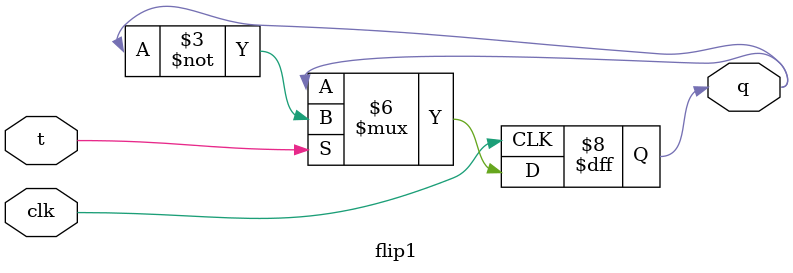
<source format=v>
module random(out,clk);
    output [3:0] out;
	 input clk;
    xor (t0,out[3],out[2]);
    assign t1 = out[0];
    assign t2 = out[1];
    assign t3 = out[2];
    flip u1(out[0],t0,clk);
    flip1 u2(out[1],t1,clk);
    flip1 u3(out[2],t2,clk);
    flip1 u4(out[3],t3,clk);
endmodule

// module to flip output each clock cycle
module flip(q, t, clk);
    output q;
    input t, clk;
    reg q;
    initial 
     begin 
      q = 1'b1;
     end
    always @ (posedge clk)
    begin
        if (t == 1'b0)
				q = q;
        else
				q = ~q;
    end
endmodule

// another module to flip output each clock cycle 
module flip1(q , t, clk);
    output q;
    input t, clk;
    reg q;
    initial 
     begin 
      q = 1'b0;
     end
    always @ (posedge clk)
    begin
        if (t == 1'b0)
			q = q;
        else 
			q = ~q;
    end
endmodule

</source>
